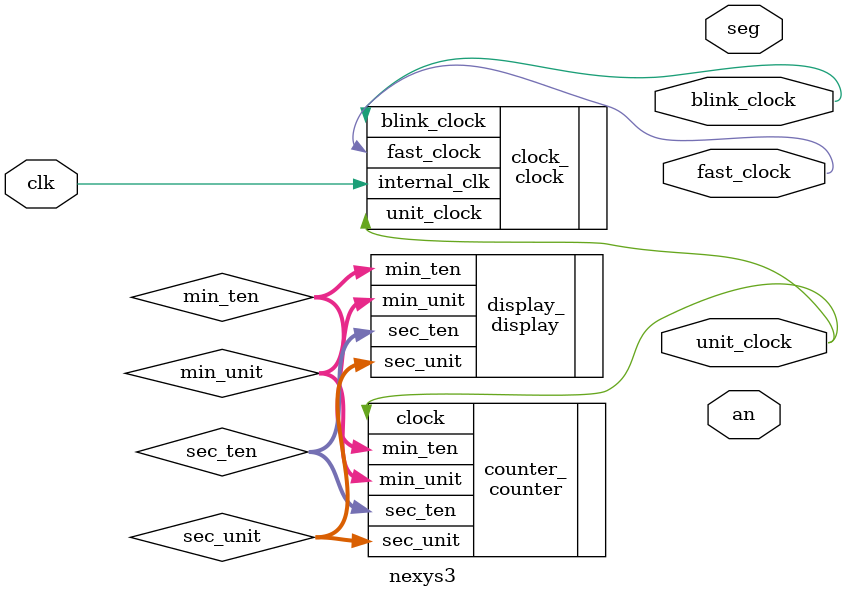
<source format=v>
`timescale 1ns / 1ps
module nexys3(
	input clk,
	output reg [7:0] seg,
	output reg [3:0] an,
	output unit_clock,
	output fast_clock,
	output blink_clock
);

wire [2:0] min_ten;
wire [3:0] min_unit;
wire [2:0] sec_ten;
wire [3:0] sec_unit;
	

counter counter_(
	.clock(unit_clock),
	.min_ten(min_ten),
	.min_unit(min_unit),
	.sec_ten(sec_ten),
	.sec_unit(sec_unit));

clock clock_(
    .internal_clk(clk),
    .unit_clock(unit_clock),
    .fast_clock(fast_clock),
    .blink_clock(blink_clock));
	 
display display_(
    .min_ten(min_ten),
    .min_unit(min_unit),
    .sec_ten(sec_ten),
    .sec_unit(sec_unit));
	 
endmodule

</source>
